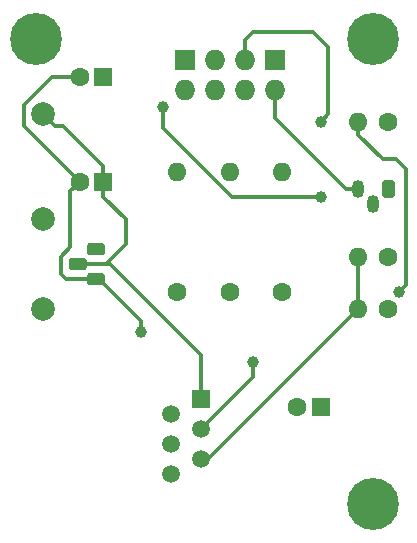
<source format=gbr>
G04 #@! TF.GenerationSoftware,KiCad,Pcbnew,(5.0.0-3-g5ebb6b6)*
G04 #@! TF.CreationDate,2018-11-13T12:47:17+01:00*
G04 #@! TF.ProjectId,DSMRlogger_v3,44534D526C6F676765725F76332E6B69,rev?*
G04 #@! TF.SameCoordinates,Original*
G04 #@! TF.FileFunction,Copper,L2,Bot,Signal*
G04 #@! TF.FilePolarity,Positive*
%FSLAX46Y46*%
G04 Gerber Fmt 4.6, Leading zero omitted, Abs format (unit mm)*
G04 Created by KiCad (PCBNEW (5.0.0-3-g5ebb6b6)) date Tuesday, 13 November 2018 at 12:47:17*
%MOMM*%
%LPD*%
G01*
G04 APERTURE LIST*
G04 #@! TA.AperFunction,ComponentPad*
%ADD10O,1.050000X1.500000*%
G04 #@! TD*
G04 #@! TA.AperFunction,Conductor*
%ADD11C,0.100000*%
G04 #@! TD*
G04 #@! TA.AperFunction,ComponentPad*
%ADD12C,1.050000*%
G04 #@! TD*
G04 #@! TA.AperFunction,ComponentPad*
%ADD13C,1.600000*%
G04 #@! TD*
G04 #@! TA.AperFunction,ComponentPad*
%ADD14O,1.600000X1.600000*%
G04 #@! TD*
G04 #@! TA.AperFunction,ComponentPad*
%ADD15R,1.600000X1.600000*%
G04 #@! TD*
G04 #@! TA.AperFunction,ComponentPad*
%ADD16R,1.700000X1.700000*%
G04 #@! TD*
G04 #@! TA.AperFunction,ViaPad*
%ADD17O,1.700000X1.700000*%
G04 #@! TD*
G04 #@! TA.AperFunction,ComponentPad*
%ADD18O,1.700000X1.700000*%
G04 #@! TD*
G04 #@! TA.AperFunction,ComponentPad*
%ADD19R,1.727200X1.727200*%
G04 #@! TD*
G04 #@! TA.AperFunction,ComponentPad*
%ADD20O,1.727200X1.727200*%
G04 #@! TD*
G04 #@! TA.AperFunction,ComponentPad*
%ADD21C,4.400000*%
G04 #@! TD*
G04 #@! TA.AperFunction,ComponentPad*
%ADD22C,2.000000*%
G04 #@! TD*
G04 #@! TA.AperFunction,ComponentPad*
%ADD23C,1.520000*%
G04 #@! TD*
G04 #@! TA.AperFunction,ComponentPad*
%ADD24R,1.520000X1.520000*%
G04 #@! TD*
G04 #@! TA.AperFunction,ViaPad*
%ADD25C,1.000000*%
G04 #@! TD*
G04 #@! TA.AperFunction,Conductor*
%ADD26C,0.350000*%
G04 #@! TD*
G04 APERTURE END LIST*
D10*
G04 #@! TO.P,Q1,2*
G04 #@! TO.N,Net-(Q1-Pad2)*
X71755000Y-45085000D03*
G04 #@! TO.P,Q1,3*
G04 #@! TO.N,GND*
X70485000Y-43815000D03*
D11*
G04 #@! TD*
G04 #@! TO.N,RxD*
G04 #@! TO.C,Q1*
G36*
X73313229Y-43066264D02*
X73338711Y-43070044D01*
X73363700Y-43076303D01*
X73387954Y-43084982D01*
X73411242Y-43095996D01*
X73433337Y-43109239D01*
X73454028Y-43124585D01*
X73473116Y-43141884D01*
X73490415Y-43160972D01*
X73505761Y-43181663D01*
X73519004Y-43203758D01*
X73530018Y-43227046D01*
X73538697Y-43251300D01*
X73544956Y-43276289D01*
X73548736Y-43301771D01*
X73550000Y-43327500D01*
X73550000Y-44302500D01*
X73548736Y-44328229D01*
X73544956Y-44353711D01*
X73538697Y-44378700D01*
X73530018Y-44402954D01*
X73519004Y-44426242D01*
X73505761Y-44448337D01*
X73490415Y-44469028D01*
X73473116Y-44488116D01*
X73454028Y-44505415D01*
X73433337Y-44520761D01*
X73411242Y-44534004D01*
X73387954Y-44545018D01*
X73363700Y-44553697D01*
X73338711Y-44559956D01*
X73313229Y-44563736D01*
X73287500Y-44565000D01*
X72762500Y-44565000D01*
X72736771Y-44563736D01*
X72711289Y-44559956D01*
X72686300Y-44553697D01*
X72662046Y-44545018D01*
X72638758Y-44534004D01*
X72616663Y-44520761D01*
X72595972Y-44505415D01*
X72576884Y-44488116D01*
X72559585Y-44469028D01*
X72544239Y-44448337D01*
X72530996Y-44426242D01*
X72519982Y-44402954D01*
X72511303Y-44378700D01*
X72505044Y-44353711D01*
X72501264Y-44328229D01*
X72500000Y-44302500D01*
X72500000Y-43327500D01*
X72501264Y-43301771D01*
X72505044Y-43276289D01*
X72511303Y-43251300D01*
X72519982Y-43227046D01*
X72530996Y-43203758D01*
X72544239Y-43181663D01*
X72559585Y-43160972D01*
X72576884Y-43141884D01*
X72595972Y-43124585D01*
X72616663Y-43109239D01*
X72638758Y-43095996D01*
X72662046Y-43084982D01*
X72686300Y-43076303D01*
X72711289Y-43070044D01*
X72736771Y-43066264D01*
X72762500Y-43065000D01*
X73287500Y-43065000D01*
X73313229Y-43066264D01*
X73313229Y-43066264D01*
G37*
D12*
G04 #@! TO.P,Q1,1*
G04 #@! TO.N,RxD*
X73025000Y-43815000D03*
G04 #@! TD*
D11*
G04 #@! TO.N,5Volt*
G04 #@! TO.C,U1*
G36*
X47233229Y-49641264D02*
X47258711Y-49645044D01*
X47283700Y-49651303D01*
X47307954Y-49659982D01*
X47331242Y-49670996D01*
X47353337Y-49684239D01*
X47374028Y-49699585D01*
X47393116Y-49716884D01*
X47410415Y-49735972D01*
X47425761Y-49756663D01*
X47439004Y-49778758D01*
X47450018Y-49802046D01*
X47458697Y-49826300D01*
X47464956Y-49851289D01*
X47468736Y-49876771D01*
X47470000Y-49902500D01*
X47470000Y-50427500D01*
X47468736Y-50453229D01*
X47464956Y-50478711D01*
X47458697Y-50503700D01*
X47450018Y-50527954D01*
X47439004Y-50551242D01*
X47425761Y-50573337D01*
X47410415Y-50594028D01*
X47393116Y-50613116D01*
X47374028Y-50630415D01*
X47353337Y-50645761D01*
X47331242Y-50659004D01*
X47307954Y-50670018D01*
X47283700Y-50678697D01*
X47258711Y-50684956D01*
X47233229Y-50688736D01*
X47207500Y-50690000D01*
X46232500Y-50690000D01*
X46206771Y-50688736D01*
X46181289Y-50684956D01*
X46156300Y-50678697D01*
X46132046Y-50670018D01*
X46108758Y-50659004D01*
X46086663Y-50645761D01*
X46065972Y-50630415D01*
X46046884Y-50613116D01*
X46029585Y-50594028D01*
X46014239Y-50573337D01*
X46000996Y-50551242D01*
X45989982Y-50527954D01*
X45981303Y-50503700D01*
X45975044Y-50478711D01*
X45971264Y-50453229D01*
X45970000Y-50427500D01*
X45970000Y-49902500D01*
X45971264Y-49876771D01*
X45975044Y-49851289D01*
X45981303Y-49826300D01*
X45989982Y-49802046D01*
X46000996Y-49778758D01*
X46014239Y-49756663D01*
X46029585Y-49735972D01*
X46046884Y-49716884D01*
X46065972Y-49699585D01*
X46086663Y-49684239D01*
X46108758Y-49670996D01*
X46132046Y-49659982D01*
X46156300Y-49651303D01*
X46181289Y-49645044D01*
X46206771Y-49641264D01*
X46232500Y-49640000D01*
X47207500Y-49640000D01*
X47233229Y-49641264D01*
X47233229Y-49641264D01*
G37*
D12*
G04 #@! TD*
G04 #@! TO.P,U1,2*
G04 #@! TO.N,5Volt*
X46720000Y-50165000D03*
D11*
G04 #@! TO.N,3v3*
G04 #@! TO.C,U1*
G36*
X48773229Y-48371264D02*
X48798711Y-48375044D01*
X48823700Y-48381303D01*
X48847954Y-48389982D01*
X48871242Y-48400996D01*
X48893337Y-48414239D01*
X48914028Y-48429585D01*
X48933116Y-48446884D01*
X48950415Y-48465972D01*
X48965761Y-48486663D01*
X48979004Y-48508758D01*
X48990018Y-48532046D01*
X48998697Y-48556300D01*
X49004956Y-48581289D01*
X49008736Y-48606771D01*
X49010000Y-48632500D01*
X49010000Y-49157500D01*
X49008736Y-49183229D01*
X49004956Y-49208711D01*
X48998697Y-49233700D01*
X48990018Y-49257954D01*
X48979004Y-49281242D01*
X48965761Y-49303337D01*
X48950415Y-49324028D01*
X48933116Y-49343116D01*
X48914028Y-49360415D01*
X48893337Y-49375761D01*
X48871242Y-49389004D01*
X48847954Y-49400018D01*
X48823700Y-49408697D01*
X48798711Y-49414956D01*
X48773229Y-49418736D01*
X48747500Y-49420000D01*
X47772500Y-49420000D01*
X47746771Y-49418736D01*
X47721289Y-49414956D01*
X47696300Y-49408697D01*
X47672046Y-49400018D01*
X47648758Y-49389004D01*
X47626663Y-49375761D01*
X47605972Y-49360415D01*
X47586884Y-49343116D01*
X47569585Y-49324028D01*
X47554239Y-49303337D01*
X47540996Y-49281242D01*
X47529982Y-49257954D01*
X47521303Y-49233700D01*
X47515044Y-49208711D01*
X47511264Y-49183229D01*
X47510000Y-49157500D01*
X47510000Y-48632500D01*
X47511264Y-48606771D01*
X47515044Y-48581289D01*
X47521303Y-48556300D01*
X47529982Y-48532046D01*
X47540996Y-48508758D01*
X47554239Y-48486663D01*
X47569585Y-48465972D01*
X47586884Y-48446884D01*
X47605972Y-48429585D01*
X47626663Y-48414239D01*
X47648758Y-48400996D01*
X47672046Y-48389982D01*
X47696300Y-48381303D01*
X47721289Y-48375044D01*
X47746771Y-48371264D01*
X47772500Y-48370000D01*
X48747500Y-48370000D01*
X48773229Y-48371264D01*
X48773229Y-48371264D01*
G37*
D12*
G04 #@! TD*
G04 #@! TO.P,U1,3*
G04 #@! TO.N,3v3*
X48260000Y-48895000D03*
D11*
G04 #@! TO.N,GND*
G04 #@! TO.C,U1*
G36*
X48773229Y-50911264D02*
X48798711Y-50915044D01*
X48823700Y-50921303D01*
X48847954Y-50929982D01*
X48871242Y-50940996D01*
X48893337Y-50954239D01*
X48914028Y-50969585D01*
X48933116Y-50986884D01*
X48950415Y-51005972D01*
X48965761Y-51026663D01*
X48979004Y-51048758D01*
X48990018Y-51072046D01*
X48998697Y-51096300D01*
X49004956Y-51121289D01*
X49008736Y-51146771D01*
X49010000Y-51172500D01*
X49010000Y-51697500D01*
X49008736Y-51723229D01*
X49004956Y-51748711D01*
X48998697Y-51773700D01*
X48990018Y-51797954D01*
X48979004Y-51821242D01*
X48965761Y-51843337D01*
X48950415Y-51864028D01*
X48933116Y-51883116D01*
X48914028Y-51900415D01*
X48893337Y-51915761D01*
X48871242Y-51929004D01*
X48847954Y-51940018D01*
X48823700Y-51948697D01*
X48798711Y-51954956D01*
X48773229Y-51958736D01*
X48747500Y-51960000D01*
X47772500Y-51960000D01*
X47746771Y-51958736D01*
X47721289Y-51954956D01*
X47696300Y-51948697D01*
X47672046Y-51940018D01*
X47648758Y-51929004D01*
X47626663Y-51915761D01*
X47605972Y-51900415D01*
X47586884Y-51883116D01*
X47569585Y-51864028D01*
X47554239Y-51843337D01*
X47540996Y-51821242D01*
X47529982Y-51797954D01*
X47521303Y-51773700D01*
X47515044Y-51748711D01*
X47511264Y-51723229D01*
X47510000Y-51697500D01*
X47510000Y-51172500D01*
X47511264Y-51146771D01*
X47515044Y-51121289D01*
X47521303Y-51096300D01*
X47529982Y-51072046D01*
X47540996Y-51048758D01*
X47554239Y-51026663D01*
X47569585Y-51005972D01*
X47586884Y-50986884D01*
X47605972Y-50969585D01*
X47626663Y-50954239D01*
X47648758Y-50940996D01*
X47672046Y-50929982D01*
X47696300Y-50921303D01*
X47721289Y-50915044D01*
X47746771Y-50911264D01*
X47772500Y-50910000D01*
X48747500Y-50910000D01*
X48773229Y-50911264D01*
X48773229Y-50911264D01*
G37*
D12*
G04 #@! TD*
G04 #@! TO.P,U1,1*
G04 #@! TO.N,GND*
X48260000Y-51435000D03*
D13*
G04 #@! TO.P,R2,1*
G04 #@! TO.N,5Volt*
X73025000Y-53975000D03*
D14*
G04 #@! TO.P,R2,2*
G04 #@! TO.N,TxD*
X70485000Y-53975000D03*
G04 #@! TD*
D13*
G04 #@! TO.P,C1,2*
G04 #@! TO.N,GND*
X46895000Y-43180000D03*
D15*
G04 #@! TO.P,C1,1*
G04 #@! TO.N,5Volt*
X48895000Y-43180000D03*
G04 #@! TD*
G04 #@! TO.P,C2,1*
G04 #@! TO.N,3v3*
X67310000Y-62230000D03*
D13*
G04 #@! TO.P,C2,2*
G04 #@! TO.N,GND*
X65310000Y-62230000D03*
G04 #@! TD*
D15*
G04 #@! TO.P,C3,1*
G04 #@! TO.N,3v3*
X48895000Y-34290000D03*
D13*
G04 #@! TO.P,C3,2*
G04 #@! TO.N,GND*
X46895000Y-34290000D03*
G04 #@! TD*
D16*
G04 #@! TO.P,J2,1*
G04 #@! TO.N,N/C*
X55785234Y-32858601D03*
D17*
G04 #@! TD*
G04 #@! TO.N,N/C*
G04 #@! TO.C,J2*
X55785234Y-35398601D03*
D18*
G04 #@! TO.P,J2,3*
G04 #@! TO.N,N/C*
X58325234Y-32858601D03*
G04 #@! TO.P,J2,4*
X58325234Y-35398601D03*
G04 #@! TO.P,J2,5*
X60865234Y-32858601D03*
G04 #@! TO.P,J2,6*
X60865234Y-35398601D03*
G04 #@! TO.P,J2,7*
X63405234Y-32858601D03*
G04 #@! TO.P,J2,8*
X63405234Y-35398601D03*
G04 #@! TD*
D13*
G04 #@! TO.P,R1,1*
G04 #@! TO.N,Net-(Q1-Pad2)*
X73025000Y-49530000D03*
D14*
G04 #@! TO.P,R1,2*
G04 #@! TO.N,TxD*
X70485000Y-49530000D03*
G04 #@! TD*
G04 #@! TO.P,R3,2*
G04 #@! TO.N,3v3*
X70485000Y-38100000D03*
D13*
G04 #@! TO.P,R3,1*
G04 #@! TO.N,RxD*
X73025000Y-38100000D03*
G04 #@! TD*
D19*
G04 #@! TO.P,U2,1*
G04 #@! TO.N,N/C*
X63405234Y-32858601D03*
D20*
G04 #@! TO.P,U2,2*
G04 #@! TO.N,GND*
X63405234Y-35398601D03*
G04 #@! TO.P,U2,3*
G04 #@! TO.N,Net-(R4-Pad2)*
X60865234Y-32858601D03*
G04 #@! TO.P,U2,4*
G04 #@! TO.N,Net-(R5-Pad2)*
X60865234Y-35398601D03*
G04 #@! TO.P,U2,5*
G04 #@! TO.N,N/C*
X58325234Y-32858601D03*
G04 #@! TO.P,U2,6*
G04 #@! TO.N,Net-(R6-Pad2)*
X58325234Y-35398601D03*
G04 #@! TO.P,U2,7*
G04 #@! TO.N,3v3*
X55785234Y-32858601D03*
G04 #@! TO.P,U2,8*
G04 #@! TO.N,RxD*
X55785234Y-35398601D03*
G04 #@! TD*
D21*
G04 #@! TO.P,MH1,1*
G04 #@! TO.N,N/C*
X43180000Y-31115000D03*
G04 #@! TD*
G04 #@! TO.P,MH3,1*
G04 #@! TO.N,N/C*
X71755000Y-31115000D03*
G04 #@! TD*
G04 #@! TO.P,MH4,1*
G04 #@! TO.N,N/C*
X71755000Y-70485000D03*
G04 #@! TD*
D13*
G04 #@! TO.P,R4,1*
G04 #@! TO.N,3v3*
X64040234Y-52543601D03*
D14*
G04 #@! TO.P,R4,2*
G04 #@! TO.N,Net-(R4-Pad2)*
X64040234Y-42383601D03*
G04 #@! TD*
G04 #@! TO.P,R5,2*
G04 #@! TO.N,Net-(R5-Pad2)*
X59595234Y-42383601D03*
D13*
G04 #@! TO.P,R5,1*
G04 #@! TO.N,3v3*
X59595234Y-52543601D03*
G04 #@! TD*
G04 #@! TO.P,R6,1*
G04 #@! TO.N,3v3*
X55150234Y-52543601D03*
D14*
G04 #@! TO.P,R6,2*
G04 #@! TO.N,Net-(R6-Pad2)*
X55150234Y-42383601D03*
G04 #@! TD*
D22*
G04 #@! TO.P,J3,1*
G04 #@! TO.N,3v3*
X43815000Y-46355000D03*
G04 #@! TD*
G04 #@! TO.P,J4,1*
G04 #@! TO.N,5Volt*
X43815000Y-37465000D03*
G04 #@! TD*
G04 #@! TO.P,J5,1*
G04 #@! TO.N,GND*
X43815000Y-53975000D03*
G04 #@! TD*
D23*
G04 #@! TO.P,J1,6*
G04 #@! TO.N,GND*
X54610000Y-67945000D03*
G04 #@! TO.P,J1,5*
G04 #@! TO.N,TxD*
X57150000Y-66675000D03*
G04 #@! TO.P,J1,4*
G04 #@! TO.N,N/C*
X54610000Y-65405000D03*
G04 #@! TO.P,J1,3*
G04 #@! TO.N,GND*
X57150000Y-64135000D03*
G04 #@! TO.P,J1,2*
G04 #@! TO.N,5Volt*
X54610000Y-62865000D03*
D24*
G04 #@! TO.P,J1,1*
X57150000Y-61595000D03*
G04 #@! TD*
D25*
G04 #@! TO.N,GND*
X52070000Y-55880000D03*
X61595000Y-58420000D03*
G04 #@! TO.N,3v3*
X73907968Y-52522287D03*
G04 #@! TO.N,RxD*
X53975000Y-36830000D03*
X67310000Y-44450000D03*
G04 #@! TO.N,Net-(R4-Pad2)*
X67310000Y-38100000D03*
G04 #@! TD*
D26*
G04 #@! TO.N,GND*
X48485000Y-51435000D02*
X52070000Y-55020000D01*
X52070000Y-55020000D02*
X52070000Y-55880000D01*
X48260000Y-51435000D02*
X48485000Y-51435000D01*
X61595000Y-59690000D02*
X57150000Y-64135000D01*
X61595000Y-58420000D02*
X61595000Y-59690000D01*
X42164999Y-38449999D02*
X46095001Y-42380001D01*
X42164999Y-36672999D02*
X42164999Y-38449999D01*
X44547998Y-34290000D02*
X42164999Y-36672999D01*
X46895000Y-34290000D02*
X44547998Y-34290000D01*
X47010000Y-51435000D02*
X48260000Y-51435000D01*
X45319990Y-49524524D02*
X45319990Y-51034990D01*
X46095001Y-48749513D02*
X45319990Y-49524524D01*
X46095001Y-43979999D02*
X46095001Y-48749513D01*
X45720000Y-51435000D02*
X48260000Y-51435000D01*
X45319990Y-51034990D02*
X45720000Y-51435000D01*
X46095001Y-42380001D02*
X46895000Y-43180000D01*
X46895000Y-43180000D02*
X46095001Y-43979999D01*
X69460000Y-43815000D02*
X70485000Y-43815000D01*
X63405234Y-37760234D02*
X69460000Y-43815000D01*
X63405234Y-35398601D02*
X63405234Y-37760234D01*
G04 #@! TO.N,5Volt*
X45479999Y-38464999D02*
X48895000Y-41880000D01*
X44814999Y-38464999D02*
X45479999Y-38464999D01*
X43815000Y-37465000D02*
X44814999Y-38464999D01*
X49435002Y-50165000D02*
X57150000Y-57879998D01*
X48260000Y-50165000D02*
X49435002Y-50165000D01*
X57150000Y-57879998D02*
X57150000Y-61595000D01*
X49110000Y-50165000D02*
X48260000Y-50165000D01*
X50770000Y-48505000D02*
X49110000Y-50165000D01*
X50770000Y-46355000D02*
X50770000Y-48505000D01*
X48260000Y-50165000D02*
X46720000Y-50165000D01*
X48895000Y-44480000D02*
X50770000Y-46355000D01*
X48895000Y-41880000D02*
X48895000Y-43180000D01*
X48895000Y-44480000D02*
X48895000Y-43180000D01*
G04 #@! TO.N,3v3*
X70485000Y-39231370D02*
X72528630Y-41275000D01*
X70485000Y-38100000D02*
X70485000Y-39231370D01*
X72528630Y-41275000D02*
X73660000Y-41275000D01*
X73660000Y-41275000D02*
X74475001Y-42090001D01*
X74475001Y-51955254D02*
X73907968Y-52522287D01*
X74475001Y-42090001D02*
X74475001Y-51955254D01*
G04 #@! TO.N,TxD*
X70485000Y-49530000D02*
X70485000Y-53975000D01*
X57785000Y-66675000D02*
X57150000Y-66675000D01*
X70485000Y-53975000D02*
X57785000Y-66675000D01*
G04 #@! TO.N,RxD*
X59774631Y-44450000D02*
X67310000Y-44450000D01*
X53975000Y-38650369D02*
X59774631Y-44450000D01*
X53975000Y-36830000D02*
X53975000Y-38650369D01*
G04 #@! TO.N,Net-(R4-Pad2)*
X60865234Y-32858601D02*
X60865234Y-31209766D01*
X60865234Y-31209766D02*
X61595000Y-30480000D01*
X67945000Y-37465000D02*
X67310000Y-38100000D01*
X61595000Y-30480000D02*
X66675000Y-30480000D01*
X66675000Y-30480000D02*
X67945000Y-31750000D01*
X67945000Y-31750000D02*
X67945000Y-37465000D01*
G04 #@! TD*
M02*

</source>
